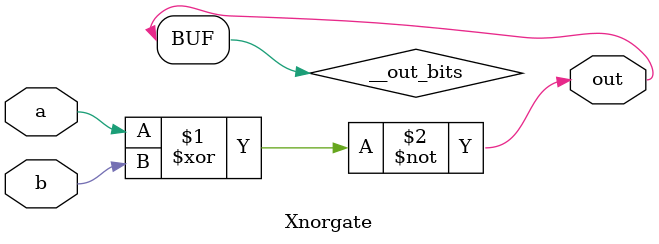
<source format=sv>
module Xnorgate(
  input  wire a,
              b,
  output wire out
);

  // Variables for output ports
  logic __out_bits;

  assign __out_bits = ~(a ^ b);

  assign out = __out_bits;
endmodule

</source>
